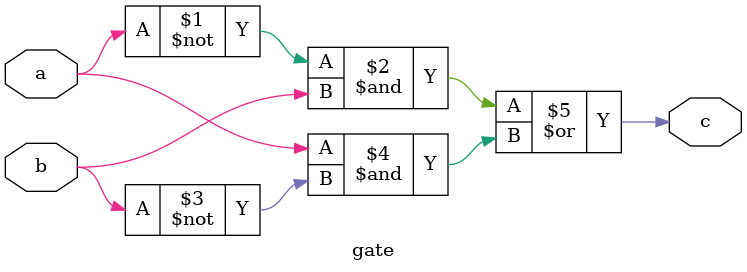
<source format=v>
`timescale 1ns / 1ps


//This part is called the module declaration. It states the name of the module and the module's inputs and outputs.
//It also specifies the datatype of each input/output. In this case, a, b, and c are wires (more on this later).
module gate(
    input a,
    input b,
    output c
    );  
    
    //--------------------------------------------------------------------------------------
    //Structural modeling - Describes each individual gate, its inputs and output
    //Syntax: [GATE] [name] ([output],[input1, input2,...]);
    //This AND gate is named g1 and takes in a, b as inputs and c as output.

  // xor g1(c,a,b); //Comment/uncomment this line
    
    //--------------------------------------------------------------------------------------
    //Dataflow modeling - Expresses output as a function of inputs, uses bitwise operators
    //Equation is almost always preceded by "assign", as shown in example
    //e.g. to express d = (a AND b) OR c, you can do "assign d = (a & b) | c"
    //Note that bitwise operators are not the same as logical operators
    //The AND gate is now expressed as c = a AND b.

   assign c = (((~a) & b)) | ((a & (~b))); //Comment/uncoment this line
    
    //--------------------------------------------------------------------------------------
    //Behavioral modeling - Describes behavior of a system, most similar to "normal coding"
    //Uses case and if statements and can be synchronized to different signals/inputs
    //There's a lot of nuance here that you will learn later.
    //Comment/uncomment this block of code: (you can use the "//" icon at the top of this window to toggle comment blocks)
    
//    reg c_buf=0;
//    assign c = c_buf;       //This is a dataflow modeling statement; we'll explain why it's necessary later.
//    always @(*)             //This is an always block. All the code in this block is executed indefinitely.
//    begin                   //Keywords "begin" and "end" are Verilog's equivalent of C/C++'s curly braces. Verilog curly braces serve as the "concatenate" operator.
//        case({a,b})         //Case statements act like switch statements in C - can toggle outputs based on inputs
//        2'b00: c_buf=0;     //This line can be interpreted as: if ab = 00, then set c_buf = 0. Note that ab is considered one value because of the {a,b} concatenation operator.
//        2'b01: c_buf=1;
//        2'b10: c_buf=1;
//        2'b11: c_buf=0;
//        default: c_buf = 0;
//        endcase
//    end   
    
endmodule //This signifies the end of the module. You can declare multiple modules in the same file,
          //but we won't go into the details of how to do that in this course.

</source>
